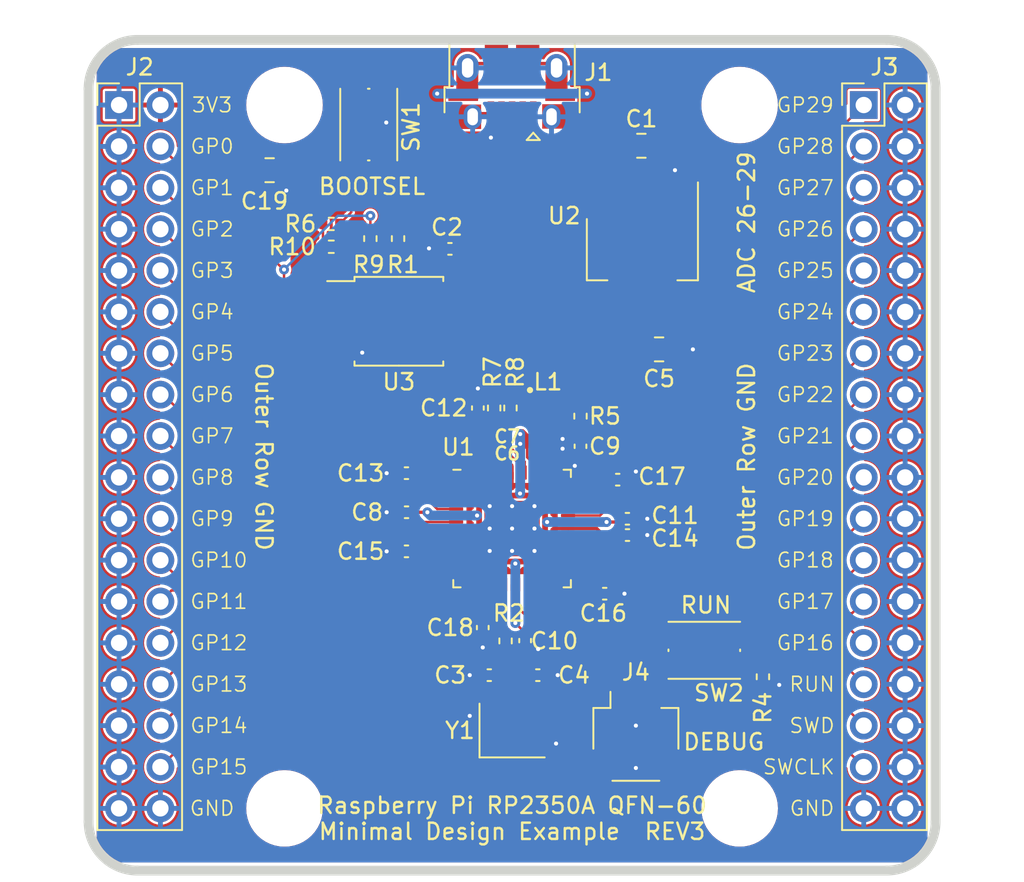
<source format=kicad_pcb>
(kicad_pcb (version 20241229) (generator "pcbnew") (generator_version "9.0")
  (title_block (title "RP2350A QFN-60 Minimal Design Example") (date "2024-07-04") (rev "REV3") (company "Raspberry Pi Ltd"))
  (layers (0 "F.Cu" signal) (2 "B.Cu" signal) (13 "F.Paste" user) (15 "B.Paste" user) (5 "F.SilkS" user "F.Silkscreen") (7 "B.SilkS" user "B.Silkscreen") (1 "F.Mask" user) (3 "B.Mask" user) (25 "Edge.Cuts" user))
  (net 0 "")
  (net 1 "GND")
  (net 2 "VBUS")
  (net 3 "/XIN")
  (net 4 "/XOUT")
  (net 5 "+3V3")
  (net 6 "+1V1")
  (net 8 "/~{USB_BOOT}")
  (net 9 "/GPIO15")
  (net 10 "/GPIO14")
  (net 11 "/GPIO13")
  (net 12 "/GPIO12")
  (net 13 "/GPIO11")
  (net 14 "/GPIO10")
  (net 15 "/GPIO9")
  (net 16 "/GPIO8")
  (net 17 "/GPIO7")
  (net 18 "/GPIO6")
  (net 19 "/GPIO5")
  (net 20 "/GPIO4")
  (net 21 "/GPIO3")
  (net 22 "/GPIO2")
  (net 23 "/GPIO1")
  (net 24 "/GPIO0")
  (net 25 "/GPIO29_ADC3")
  (net 26 "/GPIO28_ADC2")
  (net 27 "/GPIO27_ADC1")
  (net 28 "/GPIO26_ADC0")
  (net 29 "/GPIO25")
  (net 30 "/GPIO24")
  (net 31 "/GPIO23")
  (net 32 "/GPIO22")
  (net 33 "/GPIO21")
  (net 34 "/GPIO20")
  (net 35 "/GPIO19")
  (net 36 "/GPIO18")
  (net 37 "/GPIO17")
  (net 38 "/GPIO16")
  (net 39 "/RUN")
  (net 40 "/SWD")
  (net 41 "/SWCLK")
  (net 42 "/QSPI_SS")
  (net 43 "/QSPI_SD3")
  (net 44 "/QSPI_SCLK")
  (net 45 "/QSPI_SD0")
  (net 46 "/QSPI_SD2")
  (net 47 "/QSPI_SD1")
  (net 48 "/USB_D+")
  (net 49 "/USB_D-")
  (net 50 "Net-(C4-Pad1)")
  (net 51 "/VREG_LX")
  (net 52 "Net-(R4-Pad1)")
  (net 53 "/VREG_AVDD")
  (net 54 "Net-(U1-USB_DP)")
  (net 55 "Net-(U1-USB_DM)")
  (net 56 "/FLASH_SS")
  (footprint "Capacitor_SMD:C_0805_2012Metric" (layer "F.Cu") (at 109.025 89)
    (property "Reference" "C5")
    (property "Value" "10u")
  )
  (footprint "Connector_USB:USB_Micro-B_Amphenol_10103594-0001LF_Horizontal" (layer "F.Cu") (at 99.975 72.835 180)
    (property "Reference" "J1")
    (property "Value" "USB_B_Micro")
  )
  (footprint "Connector_PinHeader_2.54mm:PinHeader_2x18_P2.54mm_Vertical" (layer "F.Cu") (at 75.87 74)
    (property "Reference" "J2")
    (property "Value" "Conn_02x18_Odd_Even")
  )
  (footprint "Capacitor_SMD:C_0402_1005Metric" (layer "F.Cu") (at 93.515 101.4 180)
    (property "Reference" "C15")
    (property "Value" "100n")
  )
  (footprint "Capacitor_SMD:C_0402_1005Metric" (layer "F.Cu") (at 96.185 82.83 180)
    (property "Reference" "C2")
    (property "Value" "100n")
  )
  (footprint "Resistor_SMD:R_0402_1005Metric" (layer "F.Cu") (at 93 82.2 -90)
    (property "Reference" "R1")
    (property "Value" "DNF")
  )
  (footprint "Connector_PinHeader_2.54mm:PinHeader_2x18_P2.54mm_Vertical" (layer "F.Cu") (at 121.59 74)
    (property "Reference" "J3")
    (property "Value" "Conn_02x18_Odd_Even")
  )
  (footprint "Package_TO_SOT_SMD:SOT-223-3_TabPin2" (layer "F.Cu") (at 108 82.85 -90)
    (property "Reference" "U2")
    (property "Value" "NCP1117-3.3_SOT223")
  )
  (footprint "Package_SO:SOIC-8_5.23x5.23mm_P1.27mm" (layer "F.Cu") (at 93.05 87.275)
    (property "Reference" "U3")
    (property "Value" "W25Q128JVS")
  )
  (footprint "Capacitor_SMD:C_0402_1005Metric" (layer "F.Cu") (at 97.9 92.6 90)
    (property "Reference" "C12")
    (property "Value" "100n")
  )
  (footprint "Capacitor_SMD:C_0402_1005Metric" (layer "F.Cu") (at 107.085 100.4)
    (property "Reference" "C14")
    (property "Value" "100n")
  )
  (footprint "Capacitor_SMD:C_0402_1005Metric" (layer "F.Cu") (at 105.685 104)
    (property "Reference" "C16")
    (property "Value" "100n")
  )
  (footprint "Resistor_SMD:R_0402_1005Metric" (layer "F.Cu") (at 98.9 92.6 -90)
    (property "Reference" "R7")
    (property "Value" "27")
  )
  (footprint "Capacitor_SMD:C_0805_2012Metric" (layer "F.Cu") (at 107.9375 76.5)
    (property "Reference" "C1")
    (property "Value" "10u")
  )
  (footprint "Capacitor_SMD:C_0402_1005Metric" (layer "F.Cu") (at 93.515 96.6 180)
    (property "Reference" "C13")
    (property "Value" "100n")
  )
  (footprint "MountingHole:MountingHole_2.7mm_M2.5" (layer "F.Cu") (at 113.97 74)
    (property "Reference" "H2" (hide yes))
    (property "Value" "MountingHole")
  )
  (footprint "Resistor_SMD:R_0402_1005Metric" (layer "F.Cu") (at 99.9 92.6 -90)
    (property "Reference" "R8")
    (property "Value" "27")
  )
  (footprint "MountingHole:MountingHole_2.7mm_M2.5" (layer "F.Cu") (at 113.97 117.18)
    (property "Reference" "H3" (hide yes))
    (property "Value" "MountingHole")
  )
  (footprint "Capacitor_SMD:C_0402_1005Metric" (layer "F.Cu") (at 106.485 97)
    (property "Reference" "C17")
    (property "Value" "100n")
  )
  (footprint "MountingHole:MountingHole_2.7mm_M2.5" (layer "F.Cu") (at 86.03 74)
    (property "Reference" "H1" (hide yes))
    (property "Value" "MountingHole")
  )
  (footprint "MountingHole:MountingHole_2.7mm_M2.5" (layer "F.Cu") (at 86.03 117.18)
    (property "Reference" "H4" (hide yes))
    (property "Value" "MountingHole")
  )
  (footprint "Capacitor_SMD:C_0805_2012Metric" (layer "F.Cu") (at 85.115 78)
    (property "Reference" "C19")
    (property "Value" "10u")
  )
  (footprint "RP2350_60QFN_minimal:C_0402_1005Metric_small_pads" (layer "F.Cu") (at 102 94.45)
    (property "Reference" "C7")
    (property "Value" "4.7u")
  )
  (footprint "RP2350_60QFN_minimal:L_pol_2016" (layer "F.Cu") (at 102 92.8)
    (property "Reference" "L1")
    (property "Value" "3.3u")
  )
  (footprint "Capacitor_SMD:C_0402_1005Metric" (layer "F.Cu") (at 104.2 94.95 -90)
    (property "Reference" "C9")
    (property "Value" "4.7u")
  )
  (footprint "Resistor_SMD:R_0402_1005Metric" (layer "F.Cu") (at 115.4 109.1 -90)
    (property "Reference" "R4")
    (property "Value" "1k")
  )
  (footprint "Button_Switch_SMD:SW_Push_1P1T_NO_Vertical_Wuerth_434133025816" (layer "F.Cu") (at 91.2 75.2 -90)
    (property "Reference" "SW1")
    (property "Value" "SW_Push")
  )
  (footprint "Connector_JST:JST_SH_SM03B-SRSS-TB_1x03-1MP_P1.00mm_Horizontal" (layer "F.Cu") (at 107.6 112.8)
    (property "Reference" "J4")
    (property "Value" "SM03B-SRSS-TB")
  )
  (footprint "Resistor_SMD:R_0402_1005Metric" (layer "F.Cu") (at 104.2 93.1 -90)
    (property "Reference" "R5")
    (property "Value" "33")
  )
  (footprint "Resistor_SMD:R_0402_1005Metric" (layer "F.Cu") (at 91.3 82.2 -90)
    (property "Reference" "R9")
    (property "Value" "DNF")
  )
  (footprint "Crystal:Crystal_SMD_3225-4Pin_3.2x2.5mm" (layer "F.Cu") (at 100 112.4)
    (property "Reference" "Y1")
    (property "Value" "ABM8-272-T3")
  )
  (footprint "Resistor_SMD:R_0402_1005Metric" (layer "F.Cu") (at 99.6 106.9 -90)
    (property "Reference" "R2")
    (property "Value" "1k")
  )
  (footprint "Capacitor_SMD:C_0402_1005Metric" (layer "F.Cu") (at 100.8 106.88 -90)
    (property "Reference" "C10")
    (property "Value" "4.7u")
  )
  (footprint "Capacitor_SMD:C_0402_1005Metric" (layer "F.Cu") (at 98.6 109 180)
    (property "Reference" "C3")
    (property "Value" "15p")
  )
  (footprint "RP2350_60QFN_minimal:RP2350-QFN-60-1EP_7x7_P0.4mm_EP3.4x3.4mm_ThermalVias" (layer "F.Cu") (at 100 100)
    (property "Reference" "U1")
    (property "Value" "RP2350_60QFN")
  )
  (footprint "Capacitor_SMD:C_0402_1005Metric" (layer "F.Cu") (at 93.52 99 180)
    (property "Reference" "C8")
    (property "Value" "100n")
  )
  (footprint "Resistor_SMD:R_0402_1005Metric" (layer "F.Cu") (at 88.9 82.7)
    (property "Reference" "R10")
    (property "Value" "0")
  )
  (footprint "Resistor_SMD:R_0402_1005Metric" (layer "F.Cu") (at 88.9 81.3)
    (property "Reference" "R6")
    (property "Value" "1k")
  )
  (footprint "Capacitor_SMD:C_0402_1005Metric" (layer "F.Cu") (at 98.2 106.08 -90)
    (property "Reference" "C18")
    (property "Value" "100n")
  )
  (footprint "RP2350_60QFN_minimal:C_0402_1005Metric_small_pads" (layer "F.Cu") (at 102 95.4)
    (property "Reference" "C6")
    (property "Value" "4.7u")
  )
  (footprint "Button_Switch_SMD:SW_Push_1P1T_NO_Vertical_Wuerth_434133025816" (layer "F.Cu") (at 111.8 107.475 180)
    (property "Reference" "SW2")
    (property "Value" "SW_Push")
  )
  (footprint "Capacitor_SMD:C_0402_1005Metric" (layer "F.Cu") (at 107.08 99.4)
    (property "Reference" "C11")
    (property "Value" "100n")
  )
  (footprint "Capacitor_SMD:C_0402_1005Metric" (layer "F.Cu") (at 101.58 109)
    (property "Reference" "C4")
    (property "Value" "15p")
  )
  (gr_line (start 123 121) (end 77 121) (stroke (width 0.6)) (layer "Edge.Cuts"))
  (gr_line (start 126 73) (end 126 118) (stroke (width 0.6)) (layer "Edge.Cuts"))
  (gr_line (start 77 70) (end 123 70) (stroke (width 0.6)) (layer "Edge.Cuts"))
  (gr_line (start 74 118) (end 74 73) (stroke (width 0.6)) (layer "Edge.Cuts"))
  (gr_arc (start 123 70) (mid 125.12132 70.87868) (end 126 73) (stroke (width 0.6)) (layer "Edge.Cuts"))
  (gr_arc (start 74 73) (mid 74.87868 70.87868) (end 77 70) (stroke (width 0.6)) (layer "Edge.Cuts"))
  (gr_arc (start 77 121) (mid 74.87868 120.12132) (end 74 118) (stroke (width 0.6)) (layer "Edge.Cuts"))
  (gr_arc (start 126 118) (mid 125.12132 120.12132) (end 123 121) (stroke (width 0.6)) (layer "Edge.Cuts"))
  (gr_text "GP1" (at 81.585 79.08 0) (layer "F.SilkS") (effects (font (size 0.9 0.9) (thickness 0.1))))
  (gr_text "GP2" (at 81.585 81.62 0) (layer "F.SilkS") (effects (font (size 0.9 0.9) (thickness 0.1))))
  (gr_text "GP3" (at 81.585 84.16 0) (layer "F.SilkS") (effects (font (size 0.9 0.9) (thickness 0.1))))
  (gr_text "GP4" (at 81.585 86.7 0) (layer "F.SilkS") (effects (font (size 0.9 0.9) (thickness 0.1))))
  (gr_text "GP5" (at 81.585 89.24 0) (layer "F.SilkS") (effects (font (size 0.9 0.9) (thickness 0.1))))
  (gr_text "GP6" (at 81.585 91.78 0) (layer "F.SilkS") (effects (font (size 0.9 0.9) (thickness 0.1))))
  (gr_text "GP7" (at 81.585 94.32 0) (layer "F.SilkS") (effects (font (size 0.9 0.9) (thickness 0.1))))
  (gr_text "GP8" (at 81.585 96.86 0) (layer "F.SilkS") (effects (font (size 0.9 0.9) (thickness 0.1))))
  (gr_text "GP9" (at 81.585 99.4 0) (layer "F.SilkS") (effects (font (size 0.9 0.9) (thickness 0.1))))
  (gr_text "GP11" (at 82 104.48 0) (layer "F.SilkS") (effects (font (size 0.9 0.9) (thickness 0.1))))
  (gr_text "GP10" (at 82 101.94 0) (layer "F.SilkS") (effects (font (size 0.9 0.9) (thickness 0.1))))
  (gr_text "GP12" (at 82 107.02 0) (layer "F.SilkS") (effects (font (size 0.9 0.9) (thickness 0.1))))
  (gr_text "GP13" (at 82 109.56 0) (layer "F.SilkS") (effects (font (size 0.9 0.9) (thickness 0.1))))
  (gr_text "GP15" (at 82 114.64 0) (layer "F.SilkS") (effects (font (size 0.9 0.9) (thickness 0.1))))
  (gr_text "GP14" (at 82 112.1 0) (layer "F.SilkS") (effects (font (size 0.9 0.9) (thickness 0.1))))
  (gr_text "GP28" (at 118 76.54 0) (layer "F.SilkS") (effects (font (size 0.9 0.9) (thickness 0.1))))
  (gr_text "GP27" (at 118 79.08 0) (layer "F.SilkS") (effects (font (size 0.9 0.9) (thickness 0.1))))
  (gr_text "GP26" (at 118 81.62 0) (layer "F.SilkS") (effects (font (size 0.9 0.9) (thickness 0.1))))
  (gr_text "GP25" (at 118 84.16 0) (layer "F.SilkS") (effects (font (size 0.9 0.9) (thickness 0.1))))
  (gr_text "GP24" (at 118 86.7 0) (layer "F.SilkS") (effects (font (size 0.9 0.9) (thickness 0.1))))
  (gr_text "GP23" (at 118 89.24 0) (layer "F.SilkS") (effects (font (size 0.9 0.9) (thickness 0.1))))
  (gr_text "GP21" (at 118 94.32 0) (layer "F.SilkS") (effects (font (size 0.9 0.9) (thickness 0.1))))
  (gr_text "GP20" (at 118 96.86 0) (layer "F.SilkS") (effects (font (size 0.9 0.9) (thickness 0.1))))
  (gr_text "GP19" (at 118 99.4 0) (layer "F.SilkS") (effects (font (size 0.9 0.9) (thickness 0.1))))
  (gr_text "GP17" (at 118 104.48 0) (layer "F.SilkS") (effects (font (size 0.9 0.9) (thickness 0.1))))
  (gr_text "GP22" (at 118 91.78 0) (layer "F.SilkS") (effects (font (size 0.9 0.9) (thickness 0.1))))
  (gr_text "GP18" (at 118 101.94 0) (layer "F.SilkS") (effects (font (size 0.9 0.9) (thickness 0.1))))
  (gr_text "SWCLK" (at 117.6 114.64 0) (layer "F.SilkS") (effects (font (size 0.9 0.9) (thickness 0.1))))
  (gr_text "SWD" (at 118.415 112.1 0) (layer "F.SilkS") (effects (font (size 0.9 0.9) (thickness 0.1))))
  (gr_text "GP16" (at 118 107.02 0) (layer "F.SilkS") (effects (font (size 0.9 0.9) (thickness 0.1))))
  (gr_text "RUN" (at 118.415 109.56 0) (layer "F.SilkS") (effects (font (size 0.9 0.9) (thickness 0.1))))
  (gr_text "GND" (at 81.585 117.18 0) (layer "F.SilkS") (effects (font (size 0.9 0.9) (thickness 0.1))))
  (gr_text "GND" (at 118.415 117.18 0) (layer "F.SilkS") (effects (font (size 0.9 0.9) (thickness 0.1))))
  (gr_text "GP29" (at 118 74 0) (layer "F.SilkS") (effects (font (size 0.9 0.9) (thickness 0.1))))
  (gr_text "Outer Row GND" (at 84.76 95.59 270) (layer "F.SilkS") (effects (font (size 1 1))))
  (gr_text "Outer Row GND" (at 114.4 95.59 90) (layer "F.SilkS") (effects (font (size 1 1))))
  (gr_text "Raspberry Pi RP2350A QFN-60" (at 100 117 0) (layer "F.SilkS") (effects (font (size 1 1))))
  (gr_text "BOOTSEL" (at 91.4 79 0) (layer "F.SilkS") (effects (font (size 1 1))))
  (gr_text "Minimal Design Example  REV3" (at 100 118.6 0) (layer "F.SilkS") (effects (font (size 1 1))))
  (gr_text "ADC 26-29" (at 114.4 81.2 90) (layer "F.SilkS") (effects (font (size 1 1))))
  (gr_text "RUN" (at 111.9 104.7 0) (layer "F.SilkS") (effects (font (size 1 1))))
  (gr_text "3V3" (at 81.585 74 0) (layer "F.SilkS") (effects (font (size 0.9 0.9) (thickness 0.1))))
  (gr_text "DEBUG" (at 113 113.1 0) (layer "F.SilkS") (effects (font (size 1 1))))
  (gr_text "GP0" (at 81.585 76.54 0) (layer "F.SilkS") (effects (font (size 0.9 0.9) (thickness 0.1))))
  (segment (start 97.9 91.4) (end 97.9 92.12) (width 0.15) (layer "F.Cu") (net 1))
  (segment (start 110.3 79.7) (end 110.3 78.3) (width 0.2) (layer "F.Cu") (net 1))
  (segment (start 98.12 109) (end 97.4 109) (width 0.2) (layer "F.Cu") (net 1))
  (segment (start 108.3 99.4) (end 107.56 99.4) (width 0.15) (layer "F.Cu") (net 1))
  (segment (start 102.8 109) (end 102.08 109) (width 0.15) (layer "F.Cu") (net 1))
  (segment (start 94.9 82.8) (end 95.375 82.8) (width 0.2) (layer "F.Cu") (net 1))
  (segment (start 108.875 76.875) (end 110 78) (width 0.2) (layer "F.Cu") (net 1))
  (segment (start 107.1 97) (end 106.96 97) (width 0.15) (layer "F.Cu") (net 1))
  (segment (start 107.575 114.675) (end 107.6 114.7) (width 0.15) (layer "F.Cu") (net 1))
  (segment (start 97.78 74.525) (end 97.575 74.73) (width 0.2) (layer "F.Cu") (net 1))
  (segment (start 110.05 89) (end 111.1 89) (width 0.2) (layer "F.Cu") (net 1))
  (segment (start 100.96 71.45) (end 102.46 71.45) (width 0.2) (layer "F.Cu") (net 1))
  (segment (start 107.6 110.8) (end 107.6 112.1) (width 0.15) (layer "F.Cu") (net 1))
  (segment (start 109.9 114.675) (end 107.625 114.675) (width 0.15) (layer "F.Cu") (net 1))
  (segment (start 108.3 100.4) (end 107.57 100.4) (width 0.15) (layer "F.Cu") (net 1))
  (segment (start 93.04 99) (end 92.3 99) (width 0.2) (layer "F.Cu") (net 1))
  (segment (start 115.4 109.61) (end 116.39 109.61) (width 0.15) (layer "F.Cu") (net 1))
  (segment (start 95.375 82.8) (end 95.405 82.83) (width 0.2) (layer "F.Cu") (net 1))
  (segment (start 104.2 95.43) (end 104.2 95.8) (width 0.4) (layer "F.Cu") (net 1))
  (segment (start 92.275 75.075) (end 92.275 73.125) (width 0.15) (layer "F.Cu") (net 1))
  (segment (start 98.7 74.6) (end 98.7 76) (width 0.2) (layer "F.Cu") (net 1))
  (segment (start 92.275 77.275) (end 92.275 73.125) (width 0.15) (layer "F.Cu") (net 1))
  (segment (start 98.2 106.56) (end 98.2 107.3) (width 0.15) (layer "F.Cu") (net 1))
  (segment (start 97.54 71.45) (end 97.27 71.72) (width 0.2) (layer "F.Cu") (net 1))
  (segment (start 89.45 89.18) (end 90.78 89.18) (width 0.2) (layer "F.Cu") (net 1))
  (segment (start 107.625 114.675) (end 107.6 114.7) (width 0.15) (layer "F.Cu") (net 1))
  (segment (start 105.3 114.675) (end 107.575 114.675) (width 0.15) (layer "F.Cu") (net 1))
  (segment (start 102.46 71.45) (end 102.73 71.72) (width 0.2) (layer "F.Cu") (net 1))
  (segment (start 100.8 107.36) (end 101.56 107.36) (width 0.15) (layer "F.Cu") (net 1))
  (segment (start 98.7 74.525) (end 97.78 74.525) (width 0.2) (layer "F.Cu") (net 1))
  (segment (start 107.6 96.5) (end 107.1 97) (width 0.15) (layer "F.Cu") (net 1))
  (segment (start 101.56 107.36) (end 101.6 107.4) (width 0.15) (layer "F.Cu") (net 1))
  (segment (start 108.875 76.5) (end 108.875 76.875) (width 0.2) (layer "F.Cu") (net 1))
  (segment (start 104.2 95.8) (end 103.85 96.15) (width 0.4) (layer "F.Cu") (net 1))
  (segment (start 110.3 78.3) (end 110 78) (width 0.2) (layer "F.Cu") (net 1))
  (segment (start 95.405 82.83) (end 95.7 82.83) (width 0.2) (layer "F.Cu") (net 1))
  (segment (start 93.03 96.6) (end 92.3 96.6) (width 0.2) (layer "F.Cu") (net 1))
  (segment (start 93.03 101.4) (end 92.3 101.4) (width 0.2) (layer "F.Cu") (net 1))
  (segment (start 106.9 104) (end 106.17 104) (width 0.15) (layer "F.Cu") (net 1))
  (segment (start 90.78 89.18) (end 90.8 89.2) (width 0.2) (layer "F.Cu") (net 1))
  (segment (start 99.04 71.45) (end 97.54 71.45) (width 0.2) (layer "F.Cu") (net 1))
  (segment (start 86.14 78) (end 86.14 79.25) (width 0.15) (layer "F.Cu") (net 1))
  (segment (start 116.39 109.61) (end 116.4 109.6) (width 0.15) (layer "F.Cu") (net 1))
  (via (at 97.4 111.5) (size 0.6) (drill 0.25) (layers "F.Cu" "B.Cu") (net 1))
  (via (at 103.1 95.1) (size 0.6) (drill 0.25) (layers "F.Cu" "B.Cu") (net 1))
  (via (at 107.6 112.1) (size 0.6) (drill 0.25) (layers "F.Cu" "B.Cu") (net 1))
  (via (at 94.9 82.8) (size 0.6) (drill 0.25) (layers "F.Cu" "B.Cu") (net 1))
  (via (at 97.9 91.4) (size 0.6) (drill 0.25) (layers "F.Cu" "B.Cu") (net 1))
  (via (at 98.2 107.3) (size 0.6) (drill 0.25) (layers "F.Cu" "B.Cu") (net 1))
  (via (at 110 78) (size 0.6) (drill 0.25) (layers "F.Cu" "B.Cu") (net 1))
  (via (at 116.4 109.6) (size 0.6) (drill 0.25) (layers "F.Cu" "B.Cu") (net 1))
  (via (at 107.6 114.7) (size 0.6) (drill 0.25) (layers "F.Cu" "B.Cu") (net 1))
  (via (at 101.6 107.4) (size 0.6) (drill 0.25) (layers "F.Cu" "B.Cu") (net 1))
  (via (at 86.14 79.25) (size 0.6) (drill 0.25) (layers "F.Cu" "B.Cu") (net 1))
  (via (at 90.8 89.2) (size 0.6) (drill 0.25) (layers "F.Cu" "B.Cu") (net 1))
  (via (at 92.3 99) (size 0.6) (drill 0.25) (layers "F.Cu" "B.Cu") (net 1))
  (via (at 111.1 89) (size 0.6) (drill 0.25) (layers "F.Cu" "B.Cu") (net 1))
  (via (at 102.8 109) (size 0.6) (drill 0.25) (layers "F.Cu" "B.Cu") (net 1))
  (via (at 103.85 96.15) (size 0.6) (drill 0.25) (layers "F.Cu" "B.Cu") (net 1))
  (via (at 106.9 104) (size 0.6) (drill 0.25) (layers "F.Cu" "B.Cu") (net 1))
  (via (at 108.3 100.4) (size 0.6) (drill 0.25) (layers "F.Cu" "B.Cu") (net 1))
  (via (at 98.7 76) (size 0.6) (drill 0.25) (layers "F.Cu" "B.Cu") (net 1))
  (via (at 107.6 96.5) (size 0.6) (drill 0.25) (layers "F.Cu" "B.Cu") (net 1))
  (via (at 102.7 113.2) (size 0.6) (drill 0.25) (layers "F.Cu" "B.Cu") (net 1))
  (via (at 108.3 99.4) (size 0.6) (drill 0.25) (layers "F.Cu" "B.Cu") (net 1))
  (via (at 92.3 96.6) (size 0.6) (drill 0.25) (layers "F.Cu" "B.Cu") (net 1))
  (via (at 103.1 94.5) (size 0.6) (drill 0.25) (layers "F.Cu" "B.Cu") (net 1))
  (via (at 97.4 109) (size 0.6) (drill 0.25) (layers "F.Cu" "B.Cu") (net 1))
  (via (at 92.3 101.4) (size 0.6) (drill 0.25) (layers "F.Cu" "B.Cu") (net 1))
  (via (at 92.275 75.075) (size 0.6) (drill 0.25) (layers "F.Cu" "B.Cu") (net 1))
  (segment (start 101.3 75.5) (end 102.1 76.3) (width 0.4) (layer "F.Cu") (net 2))
  (segment (start 101.3 74.525) (end 101.3 75.5) (width 0.4) (layer "F.Cu") (net 2))
  (segment (start 99.2 105.4) (end 99 105.6) (width 0.15) (layer "F.Cu") (net 3))
  (segment (start 99.9 109.82) (end 99.9 112.3) (width 0.15) (layer "F.Cu") (net 3))
  (segment (start 98.95 113.25) (end 98.7 113.25) (width 0.15) (layer "F.Cu") (net 3))
  (segment (start 99.2 103.4375) (end 99.2 105.4) (width 0.15) (layer "F.Cu") (net 3))
  (segment (start 99 105.6) (end 99 108.92) (width 0.15) (layer "F.Cu") (net 3))
  (segment (start 99 108.92) (end 99.9 109.82) (width 0.15) (layer "F.Cu") (net 3))
  (segment (start 99.9 112.3) (end 98.95 113.25) (width 0.15) (layer "F.Cu") (net 3))
  (segment (start 99.6 103.4375) (end 99.6 106.4) (width 0.15) (layer "F.Cu") (net 4))
  (segment (start 98.2 105.6) (end 97.5 106.3) (width 0.2) (layer "F.Cu") (net 5))
  (segment (start 98.2 105.2) (end 98.2 105.6) (width 0.2) (layer "F.Cu") (net 5))
  (segment (start 106.005 97) (end 106.005 96.605) (width 0.15) (layer "F.Cu") (net 5))
  (segment (start 102.8 103.4375) (end 102.8 103.003554) (width 0.2) (layer "F.Cu") (net 5))
  (segment (start 105.2 104) (end 104.2 104) (width 0.2) (layer "F.Cu") (net 5))
  (segment (start 102.75 102.953554) (end 102.75 102.925736) (width 0.2) (layer "F.Cu") (net 5))
  (segment (start 96.65 85.37) (end 96.65 82.85) (width 0.2) (layer "F.Cu") (net 5))
  (segment (start 103.4375 100) (end 105.2 100) (width 0.2) (layer "F.Cu") (net 5))
  (segment (start 100 96.5625) (end 100 96.1) (width 0.15) (layer "F.Cu") (net 5))
  (segment (start 102.8 103.003554) (end 102.75 102.953554) (width 0.2) (layer "F.Cu") (net 5))
  (segment (start 103.4375 97.6) (end 104.6 97.6) (width 0.15) (layer "F.Cu") (net 5))
  (segment (start 97.9 94) (end 97.9 93.08) (width 0.15) (layer "F.Cu") (net 5))
  (segment (start 97.4 101.2) (end 94.2 101.2) (width 0.2) (layer "F.Cu") (net 5))
  (segment (start 99.6 96.5625) (end 99.6 95.7) (width 0.15) (layer "F.Cu") (net 5))
  (segment (start 96.65 82.85) (end 96.67 82.83) (width 0.2) (layer "F.Cu") (net 5))
  (segment (start 98.8 104.6) (end 98.2 105.2) (width 0.2) (layer "F.Cu") (net 5))
  (segment (start 104.2 104) (end 103.6375 103.4375) (width 0.2) (layer "F.Cu") (net 5))
  (segment (start 104.6 97.6) (end 105.2 97) (width 0.15) (layer "F.Cu") (net 5))
  (segment (start 94.2 101.2) (end 94 101.4) (width 0.2) (layer "F.Cu") (net 5))
  (segment (start 106.005 96.605) (end 106 96.6) (width 0.15) (layer "F.Cu") (net 5))
  (segment (start 100 97.3) (end 100 96.5625) (width 0.2) (layer "F.Cu") (net 5))
  (segment (start 99.6 96.5625) (end 99.6 97.3) (width 0.2) (layer "F.Cu") (net 5))
  (segment (start 103.4375 100) (end 102.6 100) (width 0.2) (layer "F.Cu") (net 5))
  (segment (start 102.75 102.925736) (end 102.424264 102.6) (width 0.2) (layer "F.Cu") (net 5))
  (segment (start 99.6 97.3) (end 100 97.3) (width 0.2) (layer "F.Cu") (net 5))
  (segment (start 99.6 95.7) (end 97.9 94) (width 0.15) (layer "F.Cu") (net 5))
  (segment (start 98.8 103.4375) (end 98.8 104.6) (width 0.2) (layer "F.Cu") (net 5))
  (segment (start 105.6 100.4) (end 106.6 100.4) (width 0.2) (layer "F.Cu") (net 5))
  (segment (start 105.2 97) (end 106 97) (width 0.15) (layer "F.Cu") (net 5))
  (segment (start 103.6375 103.4375) (end 102.8 103.4375) (width 0.2) (layer "F.Cu") (net 5))
  (segment (start 105.2 100) (end 105.6 100.4) (width 0.2) (layer "F.Cu") (net 5))
  (segment (start 100 96.1) (end 99.6 95.7) (width 0.15) (layer "F.Cu") (net 5))
  (segment (start 98.8 103.4375) (end 98.8 102.6) (width 0.2) (layer "F.Cu") (net 5))
  (via (at 95.4 73.3) (size 0.6) (drill 0.25) (layers "F.Cu" "B.Cu") (net 5))
  (via (at 104.6 73.3) (size 0.6) (drill 0.25) (layers "F.Cu" "B.Cu") (net 5))
  (segment (start 95.4 73.3) (end 104.6 73.3) (width 0.6) (layer "B.Cu") (net 5))
  (segment (start 100 103.4375) (end 100 105.1) (width 0.2) (layer "F.Cu") (net 6))
  (segment (start 101.175 95.875) (end 100.925 95.625) (width 0.15) (layer "F.Cu") (net 6))
  (segment (start 100.925 95.625) (end 100.925 94.875) (width 0.15) (layer "F.Cu") (net 6))
  (segment (start 105.8 99.6) (end 103.4375 99.6) (width 0.2) (layer "F.Cu") (net 6))
  (segment (start 105.8 99.6) (end 106.4 99.6) (width 0.2) (layer "F.Cu") (net 6))
  (segment (start 100.2 105.8) (end 100.8 106.4) (width 0.15) (layer "F.Cu") (net 6))
  (segment (start 100.2 105.3) (end 100.2 105.8) (width 0.2) (layer "F.Cu") (net 6))
  (segment (start 101.175 96.5375) (end 101.175 95.875) (width 0.15) (layer "F.Cu") (net 6))
  (segment (start 95 99.2) (end 94.8 99) (width 0.2) (layer "F.Cu") (net 6))
  (segment (start 106.4 99.6) (end 106.6 99.4) (width 0.2) (layer "F.Cu") (net 6))
  (segment (start 96.5625 99.2) (end 95 99.2) (width 0.2) (layer "F.Cu") (net 6))
  (segment (start 94 99) (end 94.8 99) (width 0.2) (layer "F.Cu") (net 6))
  (segment (start 101.2 96.5625) (end 101.175 96.5375) (width 0.15) (layer "F.Cu") (net 6))
  (segment (start 100 105.1) (end 100.2 105.3) (width 0.2) (layer "F.Cu") (net 6))
  (via (at 100.48777 97.8505) (size 0.6) (drill 0.25) (layers "F.Cu" "B.Cu") (net 6))
  (via (at 105.8 99.6) (size 0.6) (drill 0.25) (layers "F.Cu" "B.Cu") (net 6))
  (via (at 94.8 99) (size 0.6) (drill 0.25) (layers "F.Cu" "B.Cu") (net 6))
  (via (at 100.5 94.2) (size 0.6) (drill 0.25) (layers "F.Cu" "B.Cu") (net 6))
  (via (at 100.2 102.1495) (size 0.6) (drill 0.25) (layers "F.Cu" "B.Cu") (net 6))
  (via (at 97.8505 99.2) (size 0.6) (drill 0.25) (layers "F.Cu" "B.Cu") (net 6))
  (via (at 100.2 105.8) (size 0.6) (drill 0.25) (layers "F.Cu" "B.Cu") (net 6))
  (via (at 100.5 94.8) (size 0.6) (drill 0.25) (layers "F.Cu" "B.Cu") (net 6))
  (via (at 102.1495 99.6) (size 0.6) (drill 0.25) (layers "F.Cu" "B.Cu") (net 6))
  (segment (start 100.5 97.83827) (end 100.5 94.2) (width 0.6) (layer "B.Cu") (net 6))
  (segment (start 95 99.2) (end 94.8 99) (width 0.6) (layer "B.Cu") (net 6))
  (segment (start 100.2 102.1495) (end 100.2 105.8) (width 0.6) (layer "B.Cu") (net 6))
  (segment (start 100.48777 97.8505) (end 100.5 97.83827) (width 0.6) (layer "B.Cu") (net 6))
  (segment (start 97.8505 99.2) (end 95 99.2) (width 0.6) (layer "B.Cu") (net 6))
  (segment (start 105.8 99.6) (end 102.1495 99.6) (width 0.6) (layer "B.Cu") (net 6))
  (segment (start 90.125 77.25) (end 90.125 73.125) (width 0.15) (layer "F.Cu") (net 8))
  (segment (start 89.41 81.3) (end 90.125 80.585) (width 0.15) (layer "F.Cu") (net 8))
  (segment (start 90.125 80.585) (end 90.125 77.25) (width 0.15) (layer "F.Cu") (net 8))
  (segment (start 96.6 106.2) (end 86.85 106.2) (width 0.15) (layer "F.Cu") (net 9))
  (segment (start 86.85 106.2) (end 78.41 114.64) (width 0.15) (layer "F.Cu") (net 9))
  (segment (start 98.4 104.4) (end 96.6 106.2) (width 0.15) (layer "F.Cu") (net 9))
  (segment (start 98.4 103.4375) (end 98.4 104.4) (width 0.15) (layer "F.Cu") (net 9))
  (segment (start 84.91 105.6) (end 78.41 112.1) (width 0.15) (layer "F.Cu") (net 10))
  (segment (start 96.6 105.6) (end 84.91 105.6) (width 0.15) (layer "F.Cu") (net 10))
  (segment (start 98 103.4375) (end 98 104.2) (width 0.15) (layer "F.Cu") (net 10))
  (segment (start 98 104.2) (end 96.6 105.6) (width 0.15) (layer "F.Cu") (net 10))
  (segment (start 97.6 104.031954) (end 96.631954 105) (width 0.15) (layer "F.Cu") (net 11))
  (segment (start 82.97 105) (end 78.41 109.56) (width 0.15) (layer "F.Cu") (net 11))
  (segment (start 96.631954 105) (end 82.97 105) (width 0.15) (layer "F.Cu") (net 11))
  (segment (start 97.6 103.4375) (end 97.6 104.031954) (width 0.15) (layer "F.Cu") (net 11))
  (segment (start 97.2 103.8) (end 96.6 104.4) (width 0.15) (layer "F.Cu") (net 12))
  (segment (start 96.6 104.4) (end 81.03 104.4) (width 0.15) (layer "F.Cu") (net 12))
  (segment (start 97.2 103.4375) (end 97.2 103.8) (width 0.15) (layer "F.Cu") (net 12))
  (segment (start 81.03 104.4) (end 78.41 107.02) (width 0.15) (layer "F.Cu") (net 12))
  (segment (start 96.5625 102.8) (end 96 102.8) (width 0.15) (layer "F.Cu") (net 13))
  (segment (start 95 103.8) (end 79.09 103.8) (width 0.15) (layer "F.Cu") (net 13))
  (segment (start 96 102.8) (end 95 103.8) (width 0.15) (layer "F.Cu") (net 13))
  (segment (start 79.09 103.8) (end 78.41 104.48) (width 0.15) (layer "F.Cu") (net 13))
  (segment (start 95.6 102.4) (end 94.8 103.2) (width 0.15) (layer "F.Cu") (net 14))
  (segment (start 79.67 103.2) (end 78.41 101.94) (width 0.15) (layer "F.Cu") (net 14))
  (segment (start 96.5625 102.4) (end 95.6 102.4) (width 0.15) (layer "F.Cu") (net 14))
  (segment (start 94.8 103.2) (end 79.67 103.2) (width 0.15) (layer "F.Cu") (net 14))
  (segment (start 95.2 102) (end 94.6 102.6) (width 0.15) (layer "F.Cu") (net 15))
  (segment (start 81.61 102.6) (end 78.41 99.4) (width 0.15) (layer "F.Cu") (net 15))
  (segment (start 96.5625 102) (end 95.2 102) (width 0.15) (layer "F.Cu") (net 15))
  (segment (start 94.6 102.6) (end 81.61 102.6) (width 0.15) (layer "F.Cu") (net 15))
  (segment (start 83.55 102) (end 78.41 96.86) (width 0.15) (layer "F.Cu") (net 16))
  (segment (start 94.4 102) (end 83.55 102) (width 0.15) (layer "F.Cu") (net 16))
  (segment (start 96.5625 101.6) (end 94.8 101.6) (width 0.15) (layer "F.Cu") (net 16))
  (segment (start 94.8 101.6) (end 94.4 102) (width 0.15) (layer "F.Cu") (net 16))
  (segment (start 84.89 100.8) (end 78.41 94.32) (width 0.15) (layer "F.Cu") (net 17))
  (segment (start 96.5625 100.8) (end 84.89 100.8) (width 0.15) (layer "F.Cu") (net 17))
  (segment (start 96.5625 100.4) (end 87.215 100.4) (width 0.15) (layer "F.Cu") (net 18))
  (segment (start 87.215 100.4) (end 78.595 91.78) (width 0.15) (layer "F.Cu") (net 18))
  (segment (start 78.595 91.78) (end 78.41 91.78) (width 0.15) (layer "F.Cu") (net 18))
  (segment (start 88 100) (end 81 93) (width 0.15) (layer "F.Cu") (net 19))
  (segment (start 81 93) (end 81 91.83) (width 0.15) (layer "F.Cu") (net 19))
  (segment (start 96.5625 100) (end 88 100) (width 0.15) (layer "F.Cu") (net 19))
  (segment (start 81 91.83) (end 78.41 89.24) (width 0.15) (layer "F.Cu") (net 19))
  (segment (start 82 90.29) (end 78.41 86.7) (width 0.15) (layer "F.Cu") (net 20))
  (segment (start 96.5625 99.6) (end 88.8 99.6) (width 0.15) (layer "F.Cu") (net 20))
  (segment (start 88.8 99.6) (end 82 92.8) (width 0.15) (layer "F.Cu") (net 20))
  (segment (start 82 92.8) (end 82 90.29) (width 0.15) (layer "F.Cu") (net 20))
  (segment (start 88.8 98.4) (end 83 92.6) (width 0.15) (layer "F.Cu") (net 21))
  (segment (start 83 92.6) (end 83 88.7325) (width 0.15) (layer "F.Cu") (net 21))
  (segment (start 96.5625 98.8) (end 95.4 98.8) (width 0.15) (layer "F.Cu") (net 21))
  (segment (start 95.4 98.8) (end 95 98.4) (width 0.15) (layer "F.Cu") (net 21))
  (segment (start 83 88.7325) (end 78.4275 84.16) (width 0.15) (layer "F.Cu") (net 21))
  (segment (start 78.4275 84.16) (end 78.41 84.16) (width 0.15) (layer "F.Cu") (net 21))
  (segment (start 95 98.4) (end 88.8 98.4) (width 0.15) (layer "F.Cu") (net 21))
  (segment (start 96.5625 98.4) (end 95.621891 98.4) (width 0.15) (layer "F.Cu") (net 22))
  (segment (start 84 87.1925) (end 78.4275 81.62) (width 0.15) (layer "F.Cu") (net 22))
  (segment (start 89.6 98) (end 84 92.4) (width 0.15) (layer "F.Cu") (net 22))
  (segment (start 84 92.4) (end 84 87.1925) (width 0.15) (layer "F.Cu") (net 22))
  (segment (start 95.621891 98.4) (end 95.221891 98) (width 0.15) (layer "F.Cu") (net 22))
  (segment (start 95.221891 98) (end 89.6 98) (width 0.15) (layer "F.Cu") (net 22))
  (segment (start 78.4275 81.62) (end 78.41 81.62) (width 0.15) (layer "F.Cu") (net 22))
  (segment (start 85 92.2) (end 85 85.6525) (width 0.15) (layer "F.Cu") (net 23))
  (segment (start 78.4275 79.08) (end 78.41 79.08) (width 0.15) (layer "F.Cu") (net 23))
  (segment (start 90.4 97.6) (end 85 92.2) (width 0.15) (layer "F.Cu") (net 23))
  (segment (start 95.4 97.6) (end 90.4 97.6) (width 0.15) (layer "F.Cu") (net 23))
  (segment (start 95.8 98) (end 95.4 97.6) (width 0.15) (layer "F.Cu") (net 23))
  (segment (start 85 85.6525) (end 78.4275 79.08) (width 0.15) (layer "F.Cu") (net 23))
  (segment (start 96.5625 98) (end 95.8 98) (width 0.15) (layer "F.Cu") (net 23))
  (segment (start 96.5625 97.6) (end 96 97.6) (width 0.15) (layer "F.Cu") (net 24))
  (segment (start 91.3 81.69) (end 91.3 80.8) (width 0.15) (layer "F.Cu") (net 24))
  (segment (start 95.6 97.2) (end 91.2 97.2) (width 0.15) (layer "F.Cu") (net 24))
  (segment (start 91.2 97.2) (end 86 92) (width 0.15) (layer "F.Cu") (net 24))
  (segment (start 86 84.13) (end 78.41 76.54) (width 0.15) (layer "F.Cu") (net 24))
  (segment (start 86 92) (end 86 84.13) (width 0.15) (layer "F.Cu") (net 24))
  (segment (start 96 97.6) (end 95.6 97.2) (width 0.15) (layer "F.Cu") (net 24))
  (via (at 91.3 80.8) (size 0.6) (drill 0.25) (layers "F.Cu" "B.Cu") (net 24))
  (via (at 86 84.1) (size 0.6) (drill 0.25) (layers "F.Cu" "B.Cu") (net 24))
  (segment (start 89.3 80.8) (end 91.3 80.8) (width 0.15) (layer "B.Cu") (net 24))
  (segment (start 86 84.1) (end 89.3 80.8) (width 0.15) (layer "B.Cu") (net 24))
  (segment (start 105.2 97.6) (end 107.4225 97.6) (width 0.15) (layer "F.Cu") (net 25))
  (segment (start 103.4375 98) (end 104.8 98) (width 0.15) (layer "F.Cu") (net 25))
  (segment (start 121.58125 74) (end 121.59 74) (width 0.15) (layer "F.Cu") (net 25))
  (segment (start 112.2 83.38125) (end 121.58125 74) (width 0.15) (layer "F.Cu") (net 25))
  (segment (start 112.2 92.8225) (end 112.2 83.38125) (width 0.15) (layer "F.Cu") (net 25))
  (segment (start 107.4225 97.6) (end 112.2 92.8225) (width 0.15) (layer "F.Cu") (net 25))
  (segment (start 104.8 98) (end 105.2 97.6) (width 0.15) (layer "F.Cu") (net 25))
  (segment (start 105.4 98) (end 108.2 98) (width 0.15) (layer "F.Cu") (net 26))
  (segment (start 103.4375 98.4) (end 105 98.4) (width 0.15) (layer "F.Cu") (net 26))
  (segment (start 113.2 93) (end 113.2 84.93) (width 0.15) (layer "F.Cu") (net 26))
  (segment (start 108.2 98) (end 113.2 93) (width 0.15) (layer "F.Cu") (net 26))
  (segment (start 105 98.4) (end 105.4 98) (width 0.15) (layer "F.Cu") (net 26))
  (segment (start 113.2 84.93) (end 121.59 76.54) (width 0.15) (layer "F.Cu") (net 26))
  (segment (start 108.9925 98.4) (end 114.2 93.1925) (width 0.15) (layer "F.Cu") (net 27))
  (segment (start 105.2 98.8) (end 105.6 98.4) (width 0.15) (layer "F.Cu") (net 27))
  (segment (start 103.4375 98.8) (end 105.2 98.8) (width 0.15) (layer "F.Cu") (net 27))
  (segment (start 114.2 93.1925) (end 114.2 86.47) (width 0.15) (layer "F.Cu") (net 27))
  (segment (start 114.2 86.47) (end 121.59 79.08) (width 0.15) (layer "F.Cu") (net 27))
  (segment (start 105.6 98.4) (end 108.9925 98.4) (width 0.15) (layer "F.Cu") (net 27))
  (segment (start 115.2 88.01) (end 121.59 81.62) (width 0.15) (layer "F.Cu") (net 28))
  (segment (start 115.2 93.4) (end 115.2 88.01) (width 0.15) (layer "F.Cu") (net 28))
  (segment (start 105.8 98.8) (end 109.8 98.8) (width 0.15) (layer "F.Cu") (net 28))
  (segment (start 103.4375 99.2) (end 105.4 99.2) (width 0.15) (layer "F.Cu") (net 28))
  (segment (start 109.8 98.8) (end 115.2 93.4) (width 0.15) (layer "F.Cu") (net 28))
  (segment (start 105.4 99.2) (end 105.8 98.8) (width 0.15) (layer "F.Cu") (net 28))
  (segment (start 105 100.4) (end 105.6 101) (width 0.15) (layer "F.Cu") (net 29))
  (segment (start 108.8 101) (end 116.2 93.6) (width 0.15) (layer "F.Cu") (net 29))
  (segment (start 103.4375 100.4) (end 105 100.4) (width 0.15) (layer "F.Cu") (net 29))
  (segment (start 116.2 93.6) (end 116.2 89.55) (width 0.15) (layer "F.Cu") (net 29))
  (segment (start 105.6 101) (end 108.8 101) (width 0.15) (layer "F.Cu") (net 29))
  (segment (start 116.2 89.55) (end 121.59 84.16) (width 0.15) (layer "F.Cu") (net 29))
  (segment (start 117.2 93.7975) (end 117.2 91.09) (width 0.15) (layer "F.Cu") (net 30))
  (segment (start 109.5975 101.4) (end 117.2 93.7975) (width 0.15) (layer "F.Cu") (net 30))
  (segment (start 103.4375 100.8) (end 104.8 100.8) (width 0.15) (layer "F.Cu") (net 30))
  (segment (start 105.4 101.4) (end 109.5975 101.4) (width 0.15) (layer "F.Cu") (net 30))
  (segment (start 117.2 91.09) (end 121.59 86.7) (width 0.15) (layer "F.Cu") (net 30))
  (segment (start 104.8 100.8) (end 105.4 101.4) (width 0.15) (layer "F.Cu") (net 30))
  (segment (start 104.6 101.2) (end 103.4375 101.2) (width 0.15) (layer "F.Cu") (net 31))
  (segment (start 118.2 92.63) (end 118.2 93.995781) (width 0.15) (layer "F.Cu") (net 31))
  (segment (start 118.2 93.995781) (end 110.395781 101.8) (width 0.15) (layer "F.Cu") (net 31))
  (segment (start 110.395781 101.8) (end 105.2 101.8) (width 0.15) (layer "F.Cu") (net 31))
  (segment (start 121.59 89.24) (end 118.2 92.63) (width 0.15) (layer "F.Cu") (net 31))
  (segment (start 105.2 101.8) (end 104.6 101.2) (width 0.15) (layer "F.Cu") (net 31))
  (segment (start 104.4 101.6) (end 105 102.2) (width 0.15) (layer "F.Cu") (net 32))
  (segment (start 103.4375 101.6) (end 104.4 101.6) (width 0.15) (layer "F.Cu") (net 32))
  (segment (start 111.185 102.2) (end 121.59 91.795) (width 0.15) (layer "F.Cu") (net 32))
  (segment (start 121.59 91.795) (end 121.59 91.78) (width 0.15) (layer "F.Cu") (net 32))
  (segment (start 105 102.2) (end 111.185 102.2) (width 0.15) (layer "F.Cu") (net 32))
  (segment (start 103.4375 102) (end 104.2 102) (width 0.15) (layer "F.Cu") (net 33))
  (segment (start 113.31 102.6) (end 121.59 94.32) (width 0.15) (layer "F.Cu") (net 33))
  (segment (start 104.8 102.6) (end 113.31 102.6) (width 0.15) (layer "F.Cu") (net 33))
  (segment (start 104.2 102) (end 104.8 102.6) (width 0.15) (layer "F.Cu") (net 33))
  (segment (start 103.95 102.4) (end 104.55 103) (width 0.15) (layer "F.Cu") (net 34))
  (segment (start 104.55 103) (end 115.45 103) (width 0.15) (layer "F.Cu") (net 34))
  (segment (start 103.4375 102.4) (end 103.95 102.4) (width 0.15) (layer "F.Cu") (net 34))
  (segment (start 115.45 103) (end 121.59 96.86) (width 0.15) (layer "F.Cu") (net 34))
  (segment (start 104.4 103.4) (end 117.59 103.4) (width 0.15) (layer "F.Cu") (net 35))
  (segment (start 103.8 102.8) (end 104.4 103.4) (width 0.15) (layer "F.Cu") (net 35))
  (segment (start 103.4375 102.8) (end 103.8 102.8) (width 0.15) (layer "F.Cu") (net 35))
  (segment (start 117.59 103.4) (end 121.59 99.4) (width 0.15) (layer "F.Cu") (net 35))
  (segment (start 102.4 103.9) (end 102.4 103.4375) (width 0.15) (layer "F.Cu") (net 36))
  (segment (start 103.1 104.6) (end 102.4 103.9) (width 0.15) (layer "F.Cu") (net 36))
  (segment (start 121.59 101.94) (end 118.93 104.6) (width 0.15) (layer "F.Cu") (net 36))
  (segment (start 118.93 104.6) (end 103.1 104.6) (width 0.15) (layer "F.Cu") (net 36))
  (segment (start 102 104.1) (end 103.1 105.2) (width 0.15) (layer "F.Cu") (net 37))
  (segment (start 120.87 105.2) (end 121.59 104.48) (width 0.15) (layer "F.Cu") (net 37))
  (segment (start 102 103.4375) (end 102 104.1) (width 0.15) (layer "F.Cu") (net 37))
  (segment (start 103.1 105.2) (end 120.87 105.2) (width 0.15) (layer "F.Cu") (net 37))
  (segment (start 120.37 105.8) (end 103.1 105.8) (width 0.15) (layer "F.Cu") (net 38))
  (segment (start 101.6 104.3) (end 101.6 103.4375) (width 0.15) (layer "F.Cu") (net 38))
  (segment (start 121.59 107.02) (end 120.37 105.8) (width 0.15) (layer "F.Cu") (net 38))
  (segment (start 103.1 105.8) (end 101.6 104.3) (width 0.15) (layer "F.Cu") (net 38))
  (segment (start 103.1 106.4) (end 101.2 104.5) (width 0.15) (layer "F.Cu") (net 39))
  (segment (start 101.2 104.5) (end 101.2 103.4375) (width 0.15) (layer "F.Cu") (net 39))
  (segment (start 118.43 106.4) (end 103.1 106.4) (width 0.15) (layer "F.Cu") (net 39))
  (segment (start 121.59 109.56) (end 118.43 106.4) (width 0.15) (layer "F.Cu") (net 39))
  (segment (start 120.29 110.8) (end 121.59 112.1) (width 0.15) (layer "F.Cu") (net 40))
  (segment (start 105.202665 107) (end 103.1 107) (width 0.15) (layer "F.Cu") (net 40))
  (segment (start 100.8 104.7) (end 100.8 103.4375) (width 0.15) (layer "F.Cu") (net 40))
  (segment (start 108.6 110.397335) (end 105.202665 107) (width 0.15) (layer "F.Cu") (net 40))
  (segment (start 103.1 107) (end 100.8 104.7) (width 0.15) (layer "F.Cu") (net 40))
  (segment (start 108.6 110.8) (end 108.6 110.397335) (width 0.15) (layer "F.Cu") (net 40))
  (segment (start 108.6 110.8) (end 120.29 110.8) (width 0.15) (layer "F.Cu") (net 40))
  (segment (start 107.3 112.9) (end 119.85 112.9) (width 0.15) (layer "F.Cu") (net 41))
  (segment (start 106.6 110.8) (end 106.6 110.3) (width 0.15) (layer "F.Cu") (net 41))
  (segment (start 106.6 110.8) (end 106.6 112.2) (width 0.15) (layer "F.Cu") (net 41))
  (segment (start 103.9 107.6) (end 103.1 107.6) (width 0.15) (layer "F.Cu") (net 41))
  (segment (start 106.6 110.3) (end 103.9 107.6) (width 0.15) (layer "F.Cu") (net 41))
  (segment (start 100.4 104.9) (end 100.4 103.4375) (width 0.15) (layer "F.Cu") (net 41))
  (segment (start 119.85 112.9) (end 121.59 114.64) (width 0.15) (layer "F.Cu") (net 41))
  (segment (start 106.6 112.2) (end 107.3 112.9) (width 0.15) (layer "F.Cu") (net 41))
  (segment (start 103.1 107.6) (end 100.4 104.9) (width 0.15) (layer "F.Cu") (net 41))
  (segment (start 97.2 96.3) (end 95.9 95) (width 0.15) (layer "F.Cu") (net 42))
  (segment (start 95.9 95) (end 92.6 95) (width 0.15) (layer "F.Cu") (net 42))
  (segment (start 87.6 90) (end 87.6 83.49) (width 0.15) (layer "F.Cu") (net 42))
  (segment (start 97.2 96.5625) (end 97.2 96.3) (width 0.15) (layer "F.Cu") (net 42))
  (segment (start 92.6 95) (end 87.6 90) (width 0.15) (layer "F.Cu") (net 42))
  (segment (start 87.6 83.49) (end 88.39 82.7) (width 0.15) (layer "F.Cu") (net 42))
  (segment (start 88.39 82.7) (end 88.39 81.3) (width 0.15) (layer "F.Cu") (net 42))
  (segment (start 96.8 91.5) (end 98.2 90.1) (width 0.15) (layer "F.Cu") (net 43))
  (segment (start 97.24 86.64) (end 96.65 86.64) (width 0.15) (layer "F.Cu") (net 43))
  (segment (start 99.2 96.5625) (end 99.2 95.8) (width 0.15) (layer "F.Cu") (net 43))
  (segment (start 99.2 95.8) (end 96.8 93.4) (width 0.15) (layer "F.Cu") (net 43))
  (segment (start 98.2 90.1) (end 98.2 87.6) (width 0.15) (layer "F.Cu") (net 43))
  (segment (start 96.8 93.4) (end 96.8 91.5) (width 0.15) (layer "F.Cu") (net 43))
  (segment (start 98.2 87.6) (end 97.24 86.64) (width 0.15) (layer "F.Cu") (net 43))
  (segment (start 98.8 96.5625) (end 98.8 95.9) (width 0.15) (layer "F.Cu") (net 44))
  (segment (start 97.8 88.5) (end 97.21 87.91) (width 0.15) (layer "F.Cu") (net 44))
  (segment (start 97.21 87.91) (end 96.65 87.91) (width 0.15) (layer "F.Cu") (net 44))
  (segment (start 97.8 89.8) (end 97.8 88.5) (width 0.15) (layer "F.Cu") (net 44))
  (segment (start 96.4 91.2) (end 97.8 89.8) (width 0.15) (layer "F.Cu") (net 44))
  (segment (start 96.4 93.5) (end 96.4 91.2) (width 0.15) (layer "F.Cu") (net 44))
  (segment (start 98.8 95.9) (end 96.4 93.5) (width 0.15) (layer "F.Cu") (net 44))
  (segment (start 96 89.83) (end 96.65 89.18) (width 0.15) (layer "F.Cu") (net 45))
  (segment (start 98.4 96) (end 96 93.6) (width 0.15) (layer "F.Cu") (net 45))
  (segment (start 96 93.6) (end 96 89.83) (width 0.15) (layer "F.Cu") (net 45))
  (segment (start 98.4 96.5625) (end 98.4 96) (width 0.15) (layer "F.Cu") (net 45))
  (segment (start 98 96.1) (end 91.6 89.7) (width 0.15) (layer "F.Cu") (net 46))
  (segment (start 98 96.5625) (end 98 96.1) (width 0.15) (layer "F.Cu") (net 46))
  (segment (start 91.6 89.7) (end 91.6 88.6) (width 0.15) (layer "F.Cu") (net 46))
  (segment (start 90.91 87.91) (end 89.45 87.91) (width 0.15) (layer "F.Cu") (net 46))
  (segment (start 91.6 88.6) (end 90.91 87.91) (width 0.15) (layer "F.Cu") (net 46))
  (segment (start 88.96 86.64) (end 89.45 86.64) (width 0.15) (layer "F.Cu") (net 47))
  (segment (start 88 87.6) (end 88.96 86.64) (width 0.15) (layer "F.Cu") (net 47))
  (segment (start 88 89.75) (end 88 87.6) (width 0.15) (layer "F.Cu") (net 47))
  (segment (start 96.063908 94.6) (end 92.85 94.6) (width 0.15) (layer "F.Cu") (net 47))
  (segment (start 97.6 96.5625) (end 97.6 96.136092) (width 0.15) (layer "F.Cu") (net 47))
  (segment (start 97.6 96.136092) (end 96.063908 94.6) (width 0.15) (layer "F.Cu") (net 47))
  (segment (start 92.85 94.6) (end 88 89.75) (width 0.15) (layer "F.Cu") (net 47))
  (segment (start 100 75.8) (end 99.725 76.075) (width 0.4) (layer "F.Cu") (net 48))
  (segment (start 99.725 86.875) (end 99.725 76.4) (width 0.8) (layer "F.Cu") (net 48))
  (segment (start 100 74.525) (end 100 75.8) (width 0.4) (layer "F.Cu") (net 48))
  (segment (start 98.925 92.095) (end 98.925 87.675) (width 0.8) (layer "F.Cu") (net 48))
  (segment (start 98.925 87.675) (end 99.725 86.875) (width 0.8) (layer "F.Cu") (net 48))
  (segment (start 99.725 76.075) (end 99.725 76.4) (width 0.4) (layer "F.Cu") (net 48))
  (segment (start 99.9 88.043502) (end 99.9 92.12) (width 0.8) (layer "F.Cu") (net 49))
  (segment (start 100.65 76.375) (end 100.675 76.4) (width 0.4) (layer "F.Cu") (net 49))
  (segment (start 100.675 87.268502) (end 99.9 88.043502) (width 0.8) (layer "F.Cu") (net 49))
  (segment (start 100.675 76.4) (end 100.675 87.268502) (width 0.8) (layer "F.Cu") (net 49))
  (segment (start 100.65 74.525) (end 100.65 76.375) (width 0.4) (layer "F.Cu") (net 49))
  (segment (start 100.4 109.5125) (end 100.4 111.05) (width 0.15) (layer "F.Cu") (net 50))
  (segment (start 100.9125 109) (end 100.4 109.5125) (width 0.15) (layer "F.Cu") (net 50))
  (segment (start 99.6 107.37) (end 99.6 107.49) (width 0.15) (layer "F.Cu") (net 50))
  (segment (start 101.11 109) (end 100.9125 109) (width 0.15) (layer "F.Cu") (net 50))
  (segment (start 99.6 107.49) (end 101.11 109) (width 0.15) (layer "F.Cu") (net 50))
  (segment (start 100.4 111.05) (end 100.9 111.55) (width 0.15) (layer "F.Cu") (net 50))
  (segment (start 113.875 108.55) (end 109.725 108.55) (width 0.15) (layer "F.Cu") (net 52))
  (segment (start 113.875 108.55) (end 115.36 108.55) (width 0.15) (layer "F.Cu") (net 52))
  (segment (start 115.36 108.55) (end 115.4 108.59) (width 0.15) (layer "F.Cu") (net 52))
  (segment (start 103.64 95.56) (end 103.64 95.03) (width 0.15) (layer "F.Cu") (net 53))
  (segment (start 104.2 94.47) (end 104.2 93.61) (width 0.2) (layer "F.Cu") (net 53))
  (segment (start 103.64 95.03) (end 104.2 94.47) (width 0.15) (layer "F.Cu") (net 53))
  (segment (start 102.8 96.4) (end 103.64 95.56) (width 0.15) (layer "F.Cu") (net 53))
  (segment (start 102.8 96.5625) (end 102.8 96.4) (width 0.2) (layer "F.Cu") (net 53))
  (segment (start 100.4 96) (end 100.4 96.5625) (width 0.15) (layer "F.Cu") (net 54))
  (segment (start 98.9 93.08) (end 98.9 94.5) (width 0.15) (layer "F.Cu") (net 54))
  (segment (start 98.9 94.5) (end 100.4 96) (width 0.15) (layer "F.Cu") (net 54))
  (segment (start 100.8 96.5625) (end 100.775 96.5375) (width 0.15) (layer "F.Cu") (net 55))
  (segment (start 100.775 96.5375) (end 100.775 95.899264) (width 0.15) (layer "F.Cu") (net 55))
  (segment (start 100.775 95.899264) (end 99.9 95.024264) (width 0.15) (layer "F.Cu") (net 55))
  (segment (start 99.9 95.024264) (end 99.9 93.08) (width 0.15) (layer "F.Cu") (net 55))
  (segment (start 89.45 85.37) (end 88.93 85.37) (width 0.15) (layer "F.Cu") (net 56))
  (segment (start 89.41 82.7) (end 89.41 85.33) (width 0.15) (layer "F.Cu") (net 56))
  (segment (start 91.3 82.71) (end 93 82.71) (width 0.15) (layer "F.Cu") (net 56))
  (segment (start 91.29 82.7) (end 91.3 82.71) (width 0.15) (layer "F.Cu") (net 56))
  (segment (start 89.41 82.7) (end 91.29 82.7) (width 0.15) (layer "F.Cu") (net 56))
  (segment (start 89.41 85.33) (end 89.45 85.37) (width 0.15) (layer "F.Cu") (net 56))
  (zone (net 2) (net_name "VBUS") (layer "F.Cu") (priority 2) (connect_pads (clearance 0.2)) (min_thickness 0.25) (fill yes (thermal_gap 0.508) (thermal_bridge_width 0.508))
    (polygon (pts (xy 108 78) (xy 106.1 78) (xy 106.1 81.6) (xy 101.6 81.6) (xy 101.6 75.8) (xy 104.3 75.8) (xy 104.3 75) (xy 108 75)))
  )
  (zone (net 5) (net_name "+3V3") (layer "F.Cu") (priority 1) (connect_pads yes (clearance 0.15)) (min_thickness 0.15) (fill yes (thermal_gap 0.508) (thermal_bridge_width 0.508))
    (polygon (pts (xy 102.8 102.8) (xy 97.2 102.8) (xy 97.2 97.2) (xy 102.8 97.2)))
  )
  (zone (net 5) (net_name "+3V3") (layer "F.Cu") (connect_pads (clearance 0.15)) (min_thickness 0.15) (fill yes (thermal_gap 0.3) (thermal_bridge_width 0.3))
    (polygon (pts (xy 125.5 120.5) (xy 74.5 120.5) (xy 74.5 70.5) (xy 125.5 70.5)))
    (polygon (pts (xy 120.32 74) (xy 111.4 82.89) (xy 111.4 92.415) (xy 106.999649 96.8) (xy 105.1 96.8) (xy 104.5 97.4) (xy 102.9 97.4) (xy 102.8 97.5) (xy 102.8 97.8) (xy 92.8 97.8) (xy 86.4 91.4) (xy 86.4 83.2) (xy 79.8 76.6) (xy 78.41 76.6) (xy 78.41 114.64) (xy 79.68 114.64) (xy 87.32535 106.99465) (xy 96.599822 107.000178) (xy 98 105.6) (xy 98.2 105.6) (xy 98.2 108.4) (xy 114 108.4) (xy 120.32 114.64) (xy 121.59 114.64) (xy 121.59 74)))
    (polygon (pts (xy 98.8 76.2) (xy 98.8 85.2) (xy 89.4 85.2) (xy 89.4 82.6) (xy 88 82.6) (xy 87.2 83.4) (xy 87.2 90.4) (xy 92.2 95.4) (xy 95.6 95.4) (xy 97.4 97.2) (xy 102.7 97.2) (xy 103.75 96.15) (xy 103.75 91.15) (xy 101.6 91.15) (xy 101.6 76.2)))
  )
  (zone (net 1) (net_name "GND") (layer "F.Cu") (priority 1) (connect_pads (clearance 0.2)) (min_thickness 0.2) (fill yes (thermal_gap 0.3) (thermal_bridge_width 0.3))
    (polygon (pts (xy 97.2 108) (xy 102.8 108) (xy 103.2 108.4) (xy 103.2 114.7) (xy 96.8 114.7) (xy 96.8 108.4)))
  )
  (zone (net 5) (net_name "+3V3") (layer "F.Cu") (priority 7) (connect_pads yes (clearance 0.15)) (min_thickness 0.15) (fill yes (thermal_gap 0.5) (thermal_bridge_width 0.5))
    (polygon (pts (xy 101.5 97.3) (xy 101.5 95.95) (xy 101.25 95.7) (xy 101.25 95.15) (xy 101.7 95.15) (xy 101.7 97.3)))
  )
  (zone (net 1) (net_name "GND") (layer "F.Cu") (priority 4) (connect_pads yes (clearance 0.15)) (min_thickness 0.15) (fill yes (thermal_gap 0.5) (thermal_bridge_width 0.5))
    (polygon (pts (xy 102.3 96.85) (xy 102.3 95.15) (xy 102.45 95.15) (xy 102.45 94.7) (xy 102.3 94.7) (xy 102.3 94.2) (xy 103.1 94.2) (xy 103.4 94.5) (xy 103.4 95.25) (xy 102.5 96.15) (xy 102.5 96.85)))
  )
  (zone (net 6) (net_name "+1V1") (layer "F.Cu") (priority 3) (connect_pads (clearance 0.15)) (min_thickness 0.2) (fill yes (thermal_gap 0.3) (thermal_bridge_width 0.3))
    (polygon (pts (xy 102.2 102.2) (xy 97.8 102.2) (xy 97.8 97.8) (xy 102.2 97.8)))
  )
  (zone (net 51) (net_name "/VREG_LX") (layer "F.Cu") (priority 5) (connect_pads yes (clearance 0.15)) (min_thickness 0.15) (fill yes (thermal_gap 0.5) (thermal_bridge_width 0.5))
    (polygon (pts (xy 101.9 96.85) (xy 101.9 96.05) (xy 101.85 96) (xy 101.85 93.85) (xy 102.35 93.35) (xy 102.35 91.95) (xy 103.05 91.95) (xy 103.05 93.65) (xy 102.75 93.95) (xy 102.3 93.95) (xy 102.15 94.1) (xy 102.15 96) (xy 102.1 96.05) (xy 102.1 96.85)))
  )
  (zone (net 6) (net_name "+1V1") (layer "F.Cu") (priority 6) (connect_pads yes (clearance 0.15)) (min_thickness 0.15) (fill yes (thermal_gap 0.5) (thermal_bridge_width 0.5))
    (polygon (pts (xy 101.65 94.7) (xy 101.65 93.325) (xy 101.65 91.95) (xy 100.95 91.95) (xy 100.95 93.8) (xy 101.25 94.1) (xy 101.25 94.25) (xy 101.05 94.25) (xy 100.7 93.9) (xy 100.5 93.9) (xy 100.2 94.2) (xy 100.2 94.8) (xy 100.5 95.1) (xy 101 95.1) (xy 101 94.9) (xy 101.55 94.9) (xy 101.55 94.7)))
  )
  (zone (net 1) (net_name "GND") (layer "B.Cu") (connect_pads (clearance 0.2)) (min_thickness 0.2) (fill yes (thermal_gap 0.3) (thermal_bridge_width 0.3))
    (polygon (pts (xy 125.5 120.5) (xy 74.5 120.5) (xy 74.5 70.5) (xy 125.5 70.5)))
  )
)
</source>
